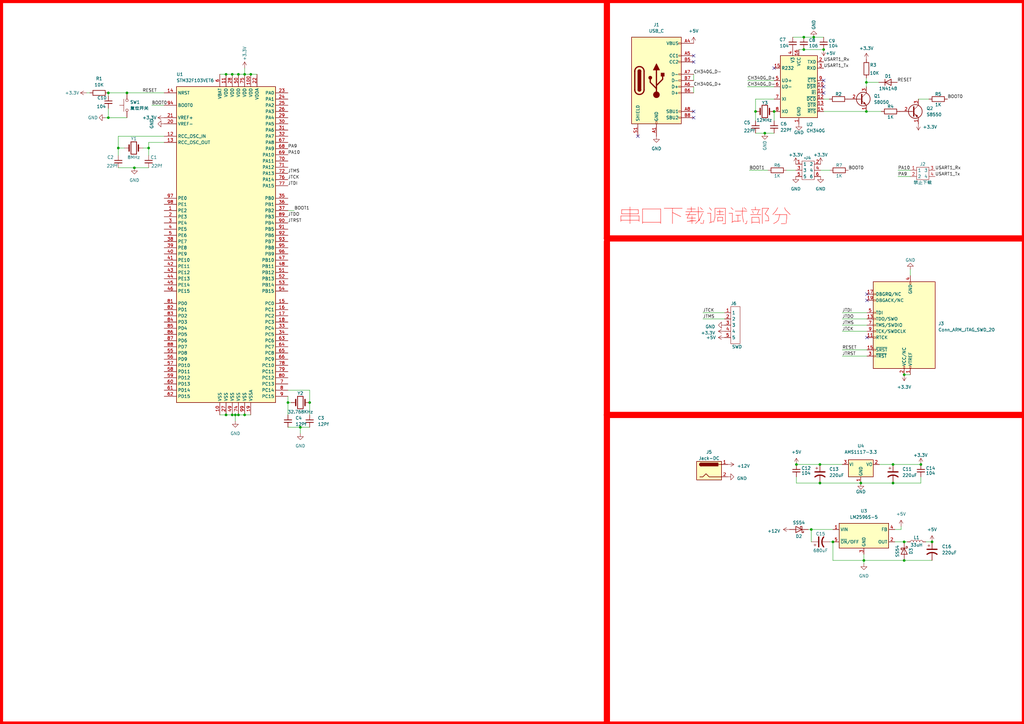
<source format=kicad_sch>
(kicad_sch (version 20230121) (generator eeschema)
  (paper "A3")
  (title_block (title "stm32F103VET6") (date "2023-07-01"))
  (lib_symbols
    (symbol "+3.3V_1" (power) (pin_names (offset 0))
      (property "Value" "+3.3V_1" (at 0 3.556 0))
      (symbol "+3.3V_1_1_1"
        (pin power_in line (at 0 0 90) (length 0) hide (name "+3.3V") (number "1"))
      )
    )
    (symbol "+3.3V_2" (power) (pin_names (offset 0))
      (property "Value" "+3.3V_2" (at 0 3.556 0))
      (symbol "+3.3V_2_1_1"
        (pin power_in line (at 0 0 90) (length 0) hide (name "+3.3V") (number "1"))
      )
    )
    (symbol "+3.3V_3" (power) (pin_names (offset 0))
      (property "Value" "+3.3V_3" (at 0 3.556 0))
      (symbol "+3.3V_3_1_1"
        (pin power_in line (at 0 0 90) (length 0) hide (name "+3.3V") (number "1"))
      )
    )
    (symbol "Connector:Conn_ARM_JTAG_SWD_20" (pin_names (offset 1.016))
      (property "Reference" "J" (at -5.08 21.59 0))
      (property "Value" "Conn_ARM_JTAG_SWD_20" (at -5.08 19.05 0))
      (symbol "Conn_ARM_JTAG_SWD_20_1_1"
        (pin power_in line (at -2.54 20.32 270) (length 2.54) (name "VTREF") (number "1"))
        (pin passive line (at -2.54 -20.32 90) (length 2.54) hide (name "GND") (number "10"))
        (pin input line (at 15.24 5.08 180) (length 2.54) (name "RTCK") (number "11"))
        (pin passive line (at -2.54 -20.32 90) (length 2.54) hide (name "GND") (number "12"))
        (pin input line (at 15.24 -2.54 180) (length 2.54) (name "TDO/SWO") (number "13"))
        (pin passive line (at -2.54 -20.32 90) (length 2.54) hide (name "GND") (number "14"))
        (pin bidirectional line (at 15.24 10.16 180) (length 2.54) (name "~{SRST}") (number "15"))
        (pin passive line (at -2.54 -20.32 90) (length 2.54) hide (name "GND") (number "16"))
        (pin output line (at 15.24 -12.7 180) (length 2.54) (name "DBGRQ/NC") (number "17"))
        (pin passive line (at -2.54 -20.32 90) (length 2.54) hide (name "GND") (number "18"))
        (pin input line (at 15.24 -10.16 180) (length 2.54) (name "DBGACK/NC") (number "19"))
        (pin power_in line (at 0 20.32 270) (length 2.54) (name "VCC/NC") (number "2"))
        (pin passive line (at -2.54 -20.32 90) (length 2.54) hide (name "GND") (number "20"))
        (pin output line (at 15.24 12.7 180) (length 2.54) (name "~{TRST}") (number "3"))
        (pin power_in line (at -2.54 -20.32 90) (length 2.54) (name "GND") (number "4"))
        (pin output line (at 15.24 -5.08 180) (length 2.54) (name "TDI") (number "5"))
        (pin passive line (at -2.54 -20.32 90) (length 2.54) hide (name "GND") (number "6"))
        (pin output line (at 15.24 0 180) (length 2.54) (name "TMS/SWDIO") (number "7"))
        (pin passive line (at -2.54 -20.32 90) (length 2.54) hide (name "GND") (number "8"))
        (pin output line (at 15.24 2.54 180) (length 2.54) (name "TCK/SWDCLK") (number "9"))
      )
    )
    (symbol "Connector:Jack-DC" (pin_names (offset 1.016))
      (property "Reference" "J" (at 0 5.334 0))
      (property "Value" "Jack-DC" (at 0 -5.08 0))
      (symbol "Jack-DC_1_1"
        (pin passive line (at 7.62 2.54 180) (length 2.54) (name "~") (number "1"))
        (pin passive line (at 7.62 -2.54 180) (length 2.54) (name "~") (number "2"))
      )
    )
    (symbol "Connector:USB_C_Receptacle_USB2.0" (pin_names (offset 1.016))
      (property "Reference" "J" (at -10.16 19.05 0))
      (property "Value" "USB_C_Receptacle_USB2.0" (at 19.05 19.05 0))
      (symbol "USB_C_Receptacle_USB2.0_1_1"
        (pin passive line (at 0 -22.86 90) (length 5.08) (name "GND") (number "A1"))
        (pin passive line (at 0 -22.86 90) (length 5.08) hide (name "GND") (number "A12"))
        (pin passive line (at 15.24 15.24 180) (length 5.08) (name "VBUS") (number "A4"))
        (pin bidirectional line (at 15.24 10.16 180) (length 5.08) (name "CC1") (number "A5"))
        (pin bidirectional line (at 15.24 -2.54 180) (length 5.08) (name "D+") (number "A6"))
        (pin bidirectional line (at 15.24 2.54 180) (length 5.08) (name "D-") (number "A7"))
        (pin bidirectional line (at 15.24 -12.7 180) (length 5.08) (name "SBU1") (number "A8"))
        (pin passive line (at 15.24 15.24 180) (length 5.08) hide (name "VBUS") (number "A9"))
        (pin passive line (at 0 -22.86 90) (length 5.08) hide (name "GND") (number "B1"))
        (pin passive line (at 0 -22.86 90) (length 5.08) hide (name "GND") (number "B12"))
        (pin passive line (at 15.24 15.24 180) (length 5.08) hide (name "VBUS") (number "B4"))
        (pin bidirectional line (at 15.24 7.62 180) (length 5.08) (name "CC2") (number "B5"))
        (pin bidirectional line (at 15.24 -5.08 180) (length 5.08) (name "D+") (number "B6"))
        (pin bidirectional line (at 15.24 0 180) (length 5.08) (name "D-") (number "B7"))
        (pin bidirectional line (at 15.24 -15.24 180) (length 5.08) (name "SBU2") (number "B8"))
        (pin passive line (at 15.24 15.24 180) (length 5.08) hide (name "VBUS") (number "B9"))
        (pin passive line (at -7.62 -22.86 90) (length 5.08) (name "SHIELD") (number "S1"))
      )
    )
    (symbol "Device:C_Polarized_US" (pin_numbers hide) (pin_names (offset 0.254) hide)
      (property "Reference" "C" (at 0.635 2.54 0))
      (property "Value" "C_Polarized_US" (at 0.635 -2.54 0))
      (symbol "C_Polarized_US_1_1"
        (pin passive line (at 0 3.81 270) (length 2.794) (name "~") (number "1"))
        (pin passive line (at 0 -3.81 90) (length 3.302) (name "~") (number "2"))
      )
    )
    (symbol "Device:C_Small" (pin_numbers hide) (pin_names (offset 0.254) hide)
      (property "Reference" "C" (at 0.254 1.778 0))
      (property "Value" "C_Small" (at 0.254 -2.032 0))
      (symbol "C_Small_1_1"
        (pin passive line (at 0 2.54 270) (length 2.032) (name "~") (number "1"))
        (pin passive line (at 0 -2.54 90) (length 2.032) (name "~") (number "2"))
      )
    )
    (symbol "Device:Crystal" (pin_numbers hide) (pin_names (offset 1.016) hide)
      (property "Reference" "Y" (at 0 3.81 0))
      (property "Value" "Crystal" (at 0 -3.81 0))
      (symbol "Crystal_1_1"
        (pin passive line (at -3.81 0 0) (length 1.27) (name "1") (number "1"))
        (pin passive line (at 3.81 0 180) (length 1.27) (name "2") (number "2"))
      )
    )
    (symbol "Device:L" (pin_numbers hide) (pin_names (offset 1.016) hide)
      (property "Reference" "L" (at -1.27 0 90))
      (property "Value" "L" (at 1.905 0 90))
      (symbol "L_1_1"
        (pin passive line (at 0 3.81 270) (length 1.27) (name "1") (number "1"))
        (pin passive line (at 0 -3.81 90) (length 1.27) (name "2") (number "2"))
      )
    )
    (symbol "Device:R" (pin_numbers hide) (pin_names (offset 0))
      (property "Reference" "R" (at 2.032 0 90))
      (property "Value" "R" (at 0 0 90))
      (symbol "R_1_1"
        (pin passive line (at 0 3.81 270) (length 1.27) (name "~") (number "1"))
        (pin passive line (at 0 -3.81 90) (length 1.27) (name "~") (number "2"))
      )
    )
    (symbol "Diode:1N4148" (pin_numbers hide) (pin_names hide)
      (property "Reference" "D" (at 0 2.54 0))
      (property "Value" "1N4148" (at 0 -2.54 0))
      (symbol "1N4148_1_1"
        (pin passive line (at -3.81 0 0) (length 2.54) (name "K") (number "1"))
        (pin passive line (at 3.81 0 180) (length 2.54) (name "A") (number "2"))
      )
    )
    (symbol "Diode:1N5822" (pin_numbers hide) (pin_names (offset 1.016) hide)
      (property "Reference" "D" (at 0 2.54 0))
      (property "Value" "1N5822" (at 0 -2.54 0))
      (symbol "1N5822_1_1"
        (pin passive line (at -3.81 0 0) (length 2.54) (name "K") (number "1"))
        (pin passive line (at 3.81 0 180) (length 2.54) (name "A") (number "2"))
      )
    )
    (symbol "GND_1" (power) (pin_names (offset 0))
      (property "Value" "GND_1" (at 0 -3.81 0))
      (symbol "GND_1_1_1"
        (pin power_in line (at 0 0 270) (length 0) hide (name "GND") (number "1"))
      )
    )
    (symbol "GND_2" (power) (pin_names (offset 0))
      (property "Value" "GND_2" (at 0 -3.81 0))
      (symbol "GND_2_1_1"
        (pin power_in line (at 0 0 270) (length 0) hide (name "GND") (number "1"))
      )
    )
    (symbol "GND_3" (power) (pin_names (offset 0))
      (property "Value" "GND_3" (at 0 -3.81 0))
      (symbol "GND_3_1_1"
        (pin power_in line (at 0 0 270) (length 0) hide (name "GND") (number "1"))
      )
    )
    (symbol "GND_4" (power) (pin_names (offset 0))
      (property "Value" "GND_4" (at 0 -3.81 0))
      (symbol "GND_4_1_1"
        (pin power_in line (at 0 0 270) (length 0) hide (name "GND") (number "1"))
      )
    )
    (symbol "Interface_USB:CH340G"
      (property "Reference" "U" (at -5.08 13.97 0))
      (property "Value" "CH340G" (at 1.27 13.97 0))
      (symbol "CH340G_1_1"
        (pin power_in line (at 0 -15.24 90) (length 2.54) (name "GND") (number "1"))
        (pin input line (at 10.16 0 180) (length 2.54) (name "~{DSR}") (number "10"))
        (pin input line (at 10.16 -2.54 180) (length 2.54) (name "~{RI}") (number "11"))
        (pin input line (at 10.16 -5.08 180) (length 2.54) (name "~{DCD}") (number "12"))
        (pin output line (at 10.16 -7.62 180) (length 2.54) (name "~{DTR}") (number "13"))
        (pin output line (at 10.16 -10.16 180) (length 2.54) (name "~{RTS}") (number "14"))
        (pin input line (at -10.16 7.62 0) (length 2.54) (name "R232") (number "15"))
        (pin power_in line (at 0 15.24 270) (length 2.54) (name "VCC") (number "16"))
        (pin output line (at 10.16 10.16 180) (length 2.54) (name "TXD") (number "2"))
        (pin input line (at 10.16 7.62 180) (length 2.54) (name "RXD") (number "3"))
        (pin passive line (at -2.54 15.24 270) (length 2.54) (name "V3") (number "4"))
        (pin bidirectional line (at -10.16 2.54 0) (length 2.54) (name "UD+") (number "5"))
        (pin bidirectional line (at -10.16 0 0) (length 2.54) (name "UD-") (number "6"))
        (pin input line (at -10.16 -5.08 0) (length 2.54) (name "XI") (number "7"))
        (pin output line (at -10.16 -10.16 0) (length 2.54) (name "XO") (number "8"))
        (pin input line (at 10.16 2.54 180) (length 2.54) (name "~{CTS}") (number "9"))
      )
    )
    (symbol "MCU_ST_STM32F1:STM32F103VETx"
      (property "Reference" "U" (at -20.32 64.77 0))
      (property "Value" "STM32F103VETx" (at 15.24 64.77 0))
      (symbol "STM32F103VETx_1_1"
        (pin bidirectional line (at -25.4 12.7 0) (length 5.08) (name "PE2") (number "1"))
        (pin power_in line (at -2.54 -71.12 90) (length 5.08) (name "VSS") (number "10"))
        (pin power_in line (at 10.16 68.58 270) (length 5.08) (name "VDD") (number "100"))
        (pin power_in line (at 0 68.58 270) (length 5.08) (name "VDD") (number "11"))
        (pin input line (at -25.4 43.18 0) (length 5.08) (name "RCC_OSC_IN") (number "12"))
        (pin input line (at -25.4 40.64 0) (length 5.08) (name "RCC_OSC_OUT") (number "13"))
        (pin input line (at -25.4 60.96 0) (length 5.08) (name "NRST") (number "14"))
        (pin bidirectional line (at 25.4 -25.4 180) (length 5.08) (name "PC0") (number "15"))
        (pin bidirectional line (at 25.4 -27.94 180) (length 5.08) (name "PC1") (number "16"))
        (pin bidirectional line (at 25.4 -30.48 180) (length 5.08) (name "PC2") (number "17"))
        (pin bidirectional line (at 25.4 -33.02 180) (length 5.08) (name "PC3") (number "18"))
        (pin power_in line (at 10.16 -71.12 90) (length 5.08) (name "VSSA") (number "19"))
        (pin bidirectional line (at -25.4 10.16 0) (length 5.08) (name "PE3") (number "2"))
        (pin power_in line (at -25.4 48.26 0) (length 5.08) (name "VREF-") (number "20"))
        (pin power_in line (at -25.4 50.8 0) (length 5.08) (name "VREF+") (number "21"))
        (pin power_in line (at 12.7 68.58 270) (length 5.08) (name "VDDA") (number "22"))
        (pin bidirectional line (at 25.4 60.96 180) (length 5.08) (name "PA0") (number "23"))
        (pin bidirectional line (at 25.4 58.42 180) (length 5.08) (name "PA1") (number "24"))
        (pin bidirectional line (at 25.4 55.88 180) (length 5.08) (name "PA2") (number "25"))
        (pin bidirectional line (at 25.4 53.34 180) (length 5.08) (name "PA3") (number "26"))
        (pin power_in line (at 0 -71.12 90) (length 5.08) (name "VSS") (number "27"))
        (pin power_in line (at 2.54 68.58 270) (length 5.08) (name "VDD") (number "28"))
        (pin bidirectional line (at 25.4 50.8 180) (length 5.08) (name "PA4") (number "29"))
        (pin bidirectional line (at -25.4 7.62 0) (length 5.08) (name "PE4") (number "3"))
        (pin bidirectional line (at 25.4 48.26 180) (length 5.08) (name "PA5") (number "30"))
        (pin bidirectional line (at 25.4 45.72 180) (length 5.08) (name "PA6") (number "31"))
        (pin bidirectional line (at 25.4 43.18 180) (length 5.08) (name "PA7") (number "32"))
        (pin bidirectional line (at 25.4 -35.56 180) (length 5.08) (name "PC4") (number "33"))
        (pin bidirectional line (at 25.4 -38.1 180) (length 5.08) (name "PC5") (number "34"))
        (pin bidirectional line (at 25.4 17.78 180) (length 5.08) (name "PB0") (number "35"))
        (pin bidirectional line (at 25.4 15.24 180) (length 5.08) (name "PB1") (number "36"))
        (pin bidirectional line (at 25.4 12.7 180) (length 5.08) (name "PB2") (number "37"))
        (pin bidirectional line (at -25.4 0 0) (length 5.08) (name "PE7") (number "38"))
        (pin bidirectional line (at -25.4 -2.54 0) (length 5.08) (name "PE8") (number "39"))
        (pin bidirectional line (at -25.4 5.08 0) (length 5.08) (name "PE5") (number "4"))
        (pin bidirectional line (at -25.4 -5.08 0) (length 5.08) (name "PE9") (number "40"))
        (pin bidirectional line (at -25.4 -7.62 0) (length 5.08) (name "PE10") (number "41"))
        (pin bidirectional line (at -25.4 -10.16 0) (length 5.08) (name "PE11") (number "42"))
        (pin bidirectional line (at -25.4 -12.7 0) (length 5.08) (name "PE12") (number "43"))
        (pin bidirectional line (at -25.4 -15.24 0) (length 5.08) (name "PE13") (number "44"))
        (pin bidirectional line (at -25.4 -17.78 0) (length 5.08) (name "PE14") (number "45"))
        (pin bidirectional line (at -25.4 -20.32 0) (length 5.08) (name "PE15") (number "46"))
        (pin bidirectional line (at 25.4 -7.62 180) (length 5.08) (name "PB10") (number "47"))
        (pin bidirectional line (at 25.4 -10.16 180) (length 5.08) (name "PB11") (number "48"))
        (pin power_in line (at 2.54 -71.12 90) (length 5.08) (name "VSS") (number "49"))
        (pin bidirectional line (at -25.4 2.54 0) (length 5.08) (name "PE6") (number "5"))
        (pin power_in line (at 5.08 68.58 270) (length 5.08) (name "VDD") (number "50"))
        (pin bidirectional line (at 25.4 -12.7 180) (length 5.08) (name "PB12") (number "51"))
        (pin bidirectional line (at 25.4 -15.24 180) (length 5.08) (name "PB13") (number "52"))
        (pin bidirectional line (at 25.4 -17.78 180) (length 5.08) (name "PB14") (number "53"))
        (pin bidirectional line (at 25.4 -20.32 180) (length 5.08) (name "PB15") (number "54"))
        (pin bidirectional line (at -25.4 -45.72 0) (length 5.08) (name "PD8") (number "55"))
        (pin bidirectional line (at -25.4 -48.26 0) (length 5.08) (name "PD9") (number "56"))
        (pin bidirectional line (at -25.4 -50.8 0) (length 5.08) (name "PD10") (number "57"))
        (pin bidirectional line (at -25.4 -53.34 0) (length 5.08) (name "PD11") (number "58"))
        (pin bidirectional line (at -25.4 -55.88 0) (length 5.08) (name "PD12") (number "59"))
        (pin power_in line (at -2.54 68.58 270) (length 5.08) (name "VBAT") (number "6"))
        (pin bidirectional line (at -25.4 -58.42 0) (length 5.08) (name "PD13") (number "60"))
        (pin bidirectional line (at -25.4 -60.96 0) (length 5.08) (name "PD14") (number "61"))
        (pin bidirectional line (at -25.4 -63.5 0) (length 5.08) (name "PD15") (number "62"))
        (pin bidirectional line (at 25.4 -40.64 180) (length 5.08) (name "PC6") (number "63"))
        (pin bidirectional line (at 25.4 -43.18 180) (length 5.08) (name "PC7") (number "64"))
        (pin bidirectional line (at 25.4 -45.72 180) (length 5.08) (name "PC8") (number "65"))
        (pin bidirectional line (at 25.4 -48.26 180) (length 5.08) (name "PC9") (number "66"))
        (pin bidirectional line (at 25.4 40.64 180) (length 5.08) (name "PA8") (number "67"))
        (pin bidirectional line (at 25.4 38.1 180) (length 5.08) (name "PA9") (number "68"))
        (pin bidirectional line (at 25.4 35.56 180) (length 5.08) (name "PA10") (number "69"))
        (pin bidirectional line (at 25.4 -58.42 180) (length 5.08) (name "PC13") (number "7"))
        (pin bidirectional line (at 25.4 33.02 180) (length 5.08) (name "PA11") (number "70"))
        (pin bidirectional line (at 25.4 30.48 180) (length 5.08) (name "PA12") (number "71"))
        (pin bidirectional line (at 25.4 27.94 180) (length 5.08) (name "PA13") (number "72"))
        (pin no_connect line (at -20.32 -63.5 0) (length 5.08) hide (name "NC") (number "73"))
        (pin power_in line (at 5.08 -71.12 90) (length 5.08) (name "VSS") (number "74"))
        (pin power_in line (at 7.62 68.58 270) (length 5.08) (name "VDD") (number "75"))
        (pin bidirectional line (at 25.4 25.4 180) (length 5.08) (name "PA14") (number "76"))
        (pin bidirectional line (at 25.4 22.86 180) (length 5.08) (name "PA15") (number "77"))
        (pin bidirectional line (at 25.4 -50.8 180) (length 5.08) (name "PC10") (number "78"))
        (pin bidirectional line (at 25.4 -53.34 180) (length 5.08) (name "PC11") (number "79"))
        (pin bidirectional line (at 25.4 -60.96 180) (length 5.08) (name "PC14") (number "8"))
        (pin bidirectional line (at 25.4 -55.88 180) (length 5.08) (name "PC12") (number "80"))
        (pin bidirectional line (at -25.4 -25.4 0) (length 5.08) (name "PD0") (number "81"))
        (pin bidirectional line (at -25.4 -27.94 0) (length 5.08) (name "PD1") (number "82"))
        (pin bidirectional line (at -25.4 -30.48 0) (length 5.08) (name "PD2") (number "83"))
        (pin bidirectional line (at -25.4 -33.02 0) (length 5.08) (name "PD3") (number "84"))
        (pin bidirectional line (at -25.4 -35.56 0) (length 5.08) (name "PD4") (number "85"))
        (pin bidirectional line (at -25.4 -38.1 0) (length 5.08) (name "PD5") (number "86"))
        (pin bidirectional line (at -25.4 -40.64 0) (length 5.08) (name "PD6") (number "87"))
        (pin bidirectional line (at -25.4 -43.18 0) (length 5.08) (name "PD7") (number "88"))
        (pin bidirectional line (at 25.4 10.16 180) (length 5.08) (name "PB3") (number "89"))
        (pin bidirectional line (at 25.4 -63.5 180) (length 5.08) (name "PC15") (number "9"))
        (pin bidirectional line (at 25.4 7.62 180) (length 5.08) (name "PB4") (number "90"))
        (pin bidirectional line (at 25.4 5.08 180) (length 5.08) (name "PB5") (number "91"))
        (pin bidirectional line (at 25.4 2.54 180) (length 5.08) (name "PB6") (number "92"))
        (pin bidirectional line (at 25.4 0 180) (length 5.08) (name "PB7") (number "93"))
        (pin input line (at -25.4 55.88 0) (length 5.08) (name "BOOT0") (number "94"))
        (pin bidirectional line (at 25.4 -2.54 180) (length 5.08) (name "PB8") (number "95"))
        (pin bidirectional line (at 25.4 -5.08 180) (length 5.08) (name "PB9") (number "96"))
        (pin bidirectional line (at -25.4 17.78 0) (length 5.08) (name "PE0") (number "97"))
        (pin bidirectional line (at -25.4 15.24 0) (length 5.08) (name "PE1") (number "98"))
        (pin power_in line (at 7.62 -71.12 90) (length 5.08) (name "VSS") (number "99"))
      )
    )
    (symbol "Regulator_Linear:AMS1117-3.3" (pin_names (offset 0.254))
      (property "Reference" "U" (at -3.81 3.175 0))
      (property "Value" "AMS1117-3.3" (at 0 3.175 0))
      (symbol "AMS1117-3.3_1_1"
        (pin power_in line (at 0 -7.62 90) (length 2.54) (name "GND") (number "1"))
        (pin power_out line (at 7.62 0 180) (length 2.54) (name "VO") (number "2"))
        (pin power_in line (at -7.62 0 0) (length 2.54) (name "VI") (number "3"))
      )
    )
    (symbol "Regulator_Switching:LM2596S-5"
      (property "Reference" "U" (at -10.16 6.35 0))
      (property "Value" "LM2596S-5" (at 0 6.35 0))
      (symbol "LM2596S-5_1_1"
        (pin power_in line (at -12.7 2.54 0) (length 2.54) (name "VIN") (number "1"))
        (pin output line (at 12.7 -2.54 180) (length 2.54) (name "OUT") (number "2"))
        (pin power_in line (at 0 -7.62 90) (length 2.54) (name "GND") (number "3"))
        (pin input line (at 12.7 2.54 180) (length 2.54) (name "FB") (number "4"))
        (pin input line (at -12.7 -2.54 0) (length 2.54) (name "~{ON}/OFF") (number "5"))
      )
    )
    (symbol "Switch:SW_Push" (pin_numbers hide) (pin_names (offset 1.016) hide)
      (property "Reference" "SW" (at 1.27 2.54 0))
      (property "Value" "SW_Push" (at 0 -1.524 0))
      (symbol "SW_Push_0_1"
        (pin passive line (at -5.08 0 0) (length 2.54) (name "1") (number "1"))
        (pin passive line (at 5.08 0 180) (length 2.54) (name "2") (number "2"))
      )
    )
    (symbol "Transistor_BJT:S8050" (pin_names (offset 0) hide)
      (property "Reference" "Q" (at 5.08 1.905 0))
      (property "Value" "S8050" (at 5.08 0 0))
      (symbol "S8050_1_1"
        (pin passive line (at 2.54 -5.08 90) (length 2.54) (name "E") (number "1"))
        (pin input line (at -5.08 0 0) (length 5.08) (name "B") (number "2"))
        (pin passive line (at 2.54 5.08 270) (length 2.54) (name "C") (number "3"))
      )
    )
    (symbol "Transistor_BJT:S8550" (pin_names (offset 0) hide)
      (property "Reference" "Q" (at 5.08 1.905 0))
      (property "Value" "S8550" (at 5.08 0 0))
      (symbol "S8550_1_1"
        (pin passive line (at 2.54 -5.08 90) (length 2.54) (name "E") (number "1"))
        (pin input line (at -5.08 0 0) (length 5.08) (name "B") (number "2"))
        (pin passive line (at 2.54 5.08 270) (length 2.54) (name "C") (number "3"))
      )
    )
    (symbol "mylib:HEADER1X5P"
      (property "Reference" "J" (at 2.54 3.81 0))
      (symbol "HEADER1X5P_1_1"
        (pin bidirectional line (at -2.54 0 0) (length 2.54) (name "1") (number "1"))
        (pin bidirectional line (at -2.54 -2.54 0) (length 2.54) (name "2") (number "2"))
        (pin bidirectional line (at -2.54 -5.08 0) (length 2.54) (name "3") (number "3"))
        (pin bidirectional line (at -2.54 -7.62 0) (length 2.54) (name "4") (number "4"))
        (pin bidirectional line (at -2.54 -10.16 0) (length 2.54) (name "5") (number "5"))
      )
    )
    (symbol "mylib:HEADER2X2P"
      (property "Reference" "J" (at 1.27 6.35 0))
      (symbol "HEADER2X2P_1_1"
        (pin bidirectional line (at -3.81 3.81 0) (length 2.54) (name "1") (number "1"))
        (pin bidirectional line (at -3.81 1.27 0) (length 2.54) (name "2") (number "2"))
        (pin bidirectional line (at 6.35 3.81 180) (length 2.54) (name "3") (number "3"))
        (pin bidirectional line (at 6.35 1.27 180) (length 2.54) (name "4") (number "4"))
      )
    )
    (symbol "mylib:HEADER2X3P"
      (property "Reference" "J" (at 0 1.27 0))
      (symbol "HEADER2X3P_1_1"
        (pin bidirectional line (at -3.81 -1.27 0) (length 2.54) (name "1") (number "1"))
        (pin bidirectional line (at 6.35 -1.27 180) (length 2.54) (name "2") (number "2"))
        (pin bidirectional line (at -3.81 -3.81 0) (length 2.54) (name "3") (number "3"))
        (pin bidirectional line (at 6.35 -3.81 180) (length 2.54) (name "4") (number "4"))
        (pin bidirectional line (at -3.81 -6.35 0) (length 2.54) (name "5") (number "5"))
        (pin bidirectional line (at 6.35 -6.35 180) (length 2.54) (name "6") (number "6"))
      )
    )
    (symbol "power:+12V" (power) (pin_names (offset 0))
      (property "Value" "+12V" (at 0 3.556 0))
      (symbol "+12V_1_1"
        (pin power_in line (at 0 0 90) (length 0) hide (name "+12V") (number "1"))
      )
    )
    (symbol "power:+3.3V" (power) (pin_names (offset 0))
      (property "Value" "+3.3V" (at 0 3.556 0))
      (symbol "+3.3V_1_1"
        (pin power_in line (at 0 0 90) (length 0) hide (name "+3.3V") (number "1"))
      )
    )
    (symbol "power:+5V" (power) (pin_names (offset 0))
      (property "Value" "+5V" (at 0 3.556 0))
      (symbol "+5V_1_1"
        (pin power_in line (at 0 0 90) (length 0) hide (name "+5V") (number "1"))
      )
    )
    (symbol "power:GND" (power) (pin_names (offset 0))
      (property "Value" "GND" (at 0 -3.81 0))
      (symbol "GND_1_1"
        (pin power_in line (at 0 0 270) (length 0) hide (name "GND") (number "1"))
      )
    )
  )
  (junction (at 329.692 15.24))
  (junction (at 60.96 60.706))
  (junction (at 100.33 30.48))
  (junction (at 329.692 20.32))
  (junction (at 102.87 30.48))
  (junction (at 317.5 45.72))
  (junction (at 313.69 54.61))
  (junction (at 44.45 38.1))
  (junction (at 95.25 30.48))
  (junction (at 96.52 170.18))
  (junction (at 355.346 33.782))
  (junction (at 97.79 30.48))
  (junction (at 92.71 30.48))
  (junction (at 127 165.1))
  (junction (at 44.45 48.26))
  (junction (at 309.88 45.72))
  (junction (at 123.19 175.26))
  (junction (at 377.698 190.5))
  (junction (at 355.346 45.72))
  (junction (at 354.33 229.87))
  (junction (at 341.63 222.25))
  (junction (at 52.07 38.1))
  (junction (at 353.06 198.12))
  (junction (at 337.82 20.32))
  (junction (at 336.296 190.5))
  (junction (at 48.514 60.706))
  (junction (at 326.644 190.5))
  (junction (at 370.84 229.87))
  (junction (at 118.11 165.1))
  (junction (at 333.756 15.24))
  (junction (at 382.27 222.25))
  (junction (at 370.84 153.67))
  (junction (at 366.268 190.5))
  (junction (at 95.25 170.18))
  (junction (at 55.118 68.834))
  (junction (at 366.268 198.12))
  (junction (at 370.84 222.25))
  (junction (at 336.296 198.12))
  (junction (at 100.33 170.18))
  (junction (at 92.71 170.18))
  (junction (at 97.79 170.18))
  (junction (at 332.74 217.17))
  (no_connect (at 355.6 120.65))
  (no_connect (at 355.6 123.19))
  (no_connect (at 261.62 55.88))
  (no_connect (at 284.48 22.86))
  (no_connect (at 337.82 38.1))
  (no_connect (at 337.82 35.56))
  (no_connect (at 337.82 33.02))
  (no_connect (at 317.5 27.94))
  (no_connect (at 355.6 138.43))
  (no_connect (at 284.48 25.4))
  (no_connect (at 284.48 48.26))
  (no_connect (at 284.48 45.72))
  (wire (pts (xy 123.19 177.8) (xy 123.19 175.26)))
  (wire (pts (xy 337.82 45.72) (xy 355.346 45.72)))
  (wire (pts (xy 367.03 217.17) (xy 369.57 217.17)))
  (wire (pts (xy 360.68 190.5) (xy 366.268 190.5)))
  (wire (pts (xy 370.84 153.67) (xy 373.38 153.67)))
  (wire (pts (xy 370.84 229.87) (xy 382.27 229.87)))
  (wire (pts (xy 284.48 30.48) (xy 284.48 33.02)))
  (wire (pts (xy 336.55 69.85) (xy 340.36 69.85)))
  (wire (pts (xy 369.57 215.9) (xy 369.57 217.17)))
  (wire (pts (xy 345.44 135.89) (xy 355.6 135.89)))
  (wire (pts (xy 60.96 60.706) (xy 60.96 63.754)))
  (wire (pts (xy 309.88 40.64) (xy 317.5 40.64)))
  (wire (pts (xy 67.31 55.88) (xy 48.514 55.88)))
  (wire (pts (xy 92.71 30.48) (xy 95.25 30.48)))
  (wire (pts (xy 345.44 130.81) (xy 355.6 130.81)))
  (wire (pts (xy 345.44 128.27) (xy 355.6 128.27)))
  (wire (pts (xy 332.74 217.17) (xy 341.63 217.17)))
  (wire (pts (xy 355.6 146.05) (xy 345.44 146.05)))
  (wire (pts (xy 329.692 20.32) (xy 337.82 20.32)))
  (wire (pts (xy 326.644 195.58) (xy 326.644 198.12)))
  (wire (pts (xy 355.346 45.72) (xy 361.442 45.72)))
  (wire (pts (xy 370.84 222.25) (xy 372.11 222.25)))
  (wire (pts (xy 333.756 15.24) (xy 337.82 15.24)))
  (wire (pts (xy 345.44 133.35) (xy 355.6 133.35)))
  (wire (pts (xy 354.33 229.87) (xy 354.33 231.14)))
  (wire (pts (xy 373.38 110.49) (xy 373.38 113.03)))
  (wire (pts (xy 118.11 162.56) (xy 118.11 165.1)))
  (wire (pts (xy 120.65 86.36) (xy 118.11 86.36)))
  (wire (pts (xy 309.88 54.61) (xy 313.69 54.61)))
  (polyline (pts (xy 248.92 97.79) (xy 420.37 97.79)) (stroke (width 2.54) (color 255 0 0 1)))
  (polyline (pts (xy 0 297.18) (xy 420.37 297.18)) (stroke (width 2.54) (color 255 0 0 1)))
  (wire (pts (xy 119.38 165.1) (xy 118.11 165.1)))
  (wire (pts (xy 325.12 15.24) (xy 329.692 15.24)))
  (polyline (pts (xy 420.37 0) (xy 0 0)) (stroke (width 2.54) (color 255 0 0 1)))
  (wire (pts (xy 96.52 170.18) (xy 97.79 170.18)))
  (wire (pts (xy 48.514 63.754) (xy 48.514 60.706)))
  (wire (pts (xy 366.268 190.5) (xy 377.698 190.5)))
  (wire (pts (xy 317.5 45.72) (xy 317.5 49.53)))
  (wire (pts (xy 331.47 217.17) (xy 332.74 217.17)))
  (wire (pts (xy 96.52 172.72) (xy 96.52 170.18)))
  (wire (pts (xy 44.45 38.1) (xy 44.45 39.37)))
  (wire (pts (xy 367.03 222.25) (xy 370.84 222.25)))
  (wire (pts (xy 288.29 128.27) (xy 297.18 128.27)))
  (wire (pts (xy 92.71 170.18) (xy 95.25 170.18)))
  (polyline (pts (xy 0 0) (xy 0 297.18)) (stroke (width 2.54) (color 255 0 0 1)))
  (wire (pts (xy 102.87 30.48) (xy 105.41 30.48)))
  (wire (pts (xy 354.33 227.33) (xy 354.33 229.87)))
  (wire (pts (xy 368.3 69.85) (xy 373.38 69.85)))
  (wire (pts (xy 326.644 190.5) (xy 336.296 190.5)))
  (wire (pts (xy 48.514 68.834) (xy 55.118 68.834)))
  (wire (pts (xy 35.56 38.1) (xy 36.83 38.1)))
  (polyline (pts (xy 248.92 1.27) (xy 248.92 97.79)) (stroke (width 2.54) (color 255 0 0 1)))
  (wire (pts (xy 100.33 27.94) (xy 100.33 30.48)))
  (wire (pts (xy 377.698 195.58) (xy 377.698 198.12)))
  (wire (pts (xy 60.96 58.42) (xy 60.96 60.706)))
  (wire (pts (xy 336.296 198.12) (xy 353.06 198.12)))
  (wire (pts (xy 284.48 35.56) (xy 284.48 38.1)))
  (wire (pts (xy 326.644 198.12) (xy 336.296 198.12)))
  (wire (pts (xy 67.31 58.42) (xy 60.96 58.42)))
  (wire (pts (xy 379.73 222.25) (xy 382.27 222.25)))
  (wire (pts (xy 44.45 48.26) (xy 52.07 48.26)))
  (wire (pts (xy 95.25 170.18) (xy 96.52 170.18)))
  (polyline (pts (xy 248.92 99.06) (xy 248.92 295.91)) (stroke (width 2.54) (color 255 0 0 1)))
  (wire (pts (xy 58.674 60.706) (xy 60.96 60.706)))
  (wire (pts (xy 313.69 54.61) (xy 317.5 54.61)))
  (wire (pts (xy 118.11 175.26) (xy 123.19 175.26)))
  (wire (pts (xy 48.514 60.706) (xy 51.054 60.706)))
  (polyline (pts (xy 420.37 297.18) (xy 420.37 0)) (stroke (width 2.54) (color 255 0 0 1)))
  (wire (pts (xy 337.82 40.64) (xy 340.106 40.64)))
  (wire (pts (xy 307.34 69.85) (xy 314.96 69.85)))
  (wire (pts (xy 322.58 69.85) (xy 326.39 69.85)))
  (wire (pts (xy 377.698 198.12) (xy 366.268 198.12)))
  (wire (pts (xy 97.79 30.48) (xy 100.33 30.48)))
  (wire (pts (xy 355.6 143.51) (xy 345.44 143.51)))
  (wire (pts (xy 355.346 33.782) (xy 355.346 35.56)))
  (wire (pts (xy 327.66 20.32) (xy 329.692 20.32)))
  (wire (pts (xy 368.3 72.39) (xy 373.38 72.39)))
  (wire (pts (xy 333.756 15.24) (xy 329.692 15.24)))
  (wire (pts (xy 48.514 55.88) (xy 48.514 60.706)))
  (wire (pts (xy 340.36 222.25) (xy 341.63 222.25)))
  (wire (pts (xy 52.07 38.1) (xy 67.31 38.1)))
  (wire (pts (xy 90.17 30.48) (xy 92.71 30.48)))
  (wire (pts (xy 43.18 48.26) (xy 44.45 48.26)))
  (wire (pts (xy 62.23 43.18) (xy 67.31 43.18)))
  (wire (pts (xy 127 160.02) (xy 127 165.1)))
  (wire (pts (xy 354.33 229.87) (xy 370.84 229.87)))
  (wire (pts (xy 123.19 175.26) (xy 127 175.26)))
  (wire (pts (xy 55.118 68.834) (xy 60.96 68.834)))
  (wire (pts (xy 127 165.1) (xy 127 170.18)))
  (wire (pts (xy 309.88 45.72) (xy 309.88 49.53)))
  (wire (pts (xy 95.25 30.48) (xy 97.79 30.48)))
  (wire (pts (xy 44.45 38.1) (xy 52.07 38.1)))
  (wire (pts (xy 376.682 40.64) (xy 381 40.64)))
  (wire (pts (xy 341.63 229.87) (xy 354.33 229.87)))
  (wire (pts (xy 118.11 165.1) (xy 118.11 170.18)))
  (wire (pts (xy 355.346 32.004) (xy 355.346 33.782)))
  (wire (pts (xy 306.578 33.02) (xy 317.5 33.02)))
  (wire (pts (xy 341.63 229.87) (xy 341.63 222.25)))
  (polyline (pts (xy 248.92 170.18) (xy 420.37 170.18)) (stroke (width 2.54) (color 255 0 0 1)))
  (wire (pts (xy 100.33 30.48) (xy 102.87 30.48)))
  (wire (pts (xy 100.33 170.18) (xy 102.87 170.18)))
  (wire (pts (xy 345.44 190.5) (xy 336.296 190.5)))
  (wire (pts (xy 355.346 33.782) (xy 360.426 33.782)))
  (wire (pts (xy 44.45 44.45) (xy 44.45 48.26)))
  (wire (pts (xy 306.578 35.56) (xy 317.5 35.56)))
  (wire (pts (xy 90.17 170.18) (xy 92.71 170.18)))
  (wire (pts (xy 353.06 198.12) (xy 366.268 198.12)))
  (wire (pts (xy 97.79 170.18) (xy 100.33 170.18)))
  (wire (pts (xy 127 160.02) (xy 118.11 160.02)))
  (wire (pts (xy 288.29 130.81) (xy 297.18 130.81)))
  (wire (pts (xy 332.74 217.17) (xy 332.74 222.25)))
  (wire (pts (xy 309.88 45.72) (xy 309.88 40.64)))
  (text "串口下载调试部分" (at 254 92.71 0) (effects (font (size 6 6)) (justify left bottom)))
  (label "JTMS" (at 345.44 133.35 0))
  (label "CH340G_D+" (at 284.48 35.56 0))
  (label "BOOT0" (at 347.98 69.85 0))
  (label "BOOT0" (at 62.23 43.18 0))
  (label "RESET" (at 345.44 143.51 0))
  (label "JTDO" (at 345.44 130.81 0))
  (label "USART1_Rx" (at 337.82 25.4 0))
  (label "BOOT1" (at 307.34 69.85 0))
  (label "USART1_Tx" (at 337.82 27.94 0))
  (label "PA10" (at 118.11 63.5 0))
  (label "PA9" (at 368.3 72.39 0))
  (label "PA9" (at 118.11 60.96 0))
  (label "BOOT1" (at 120.65 86.36 0))
  (label "RESET" (at 368.046 33.782 0))
  (label "CH340G_D-" (at 306.578 35.56 0))
  (label "JTDO" (at 118.11 88.9 0))
  (label "CH340G_D+" (at 306.578 33.02 0))
  (label "BOOT0" (at 388.62 40.64 0))
  (label "JTDI" (at 345.44 128.27 0))
  (label "CH340G_D-" (at 284.48 30.48 0))
  (label "JTMS" (at 118.11 71.12 0))
  (label "JTDI" (at 118.11 76.2 0))
  (label "JTMS" (at 288.29 130.81 0))
  (label "PA10" (at 368.3 69.85 0))
  (label "JTRST" (at 345.44 146.05 0))
  (label "RESET" (at 58.42 38.1 0))
  (label "JTCK" (at 345.44 135.89 0))
  (label "JTRST" (at 118.11 91.44 0))
  (label "JTCK" (at 288.29 128.27 0))
  (label "USART1_Rx" (at 383.54 69.85 0))
  (label "USART1_Tx" (at 383.54 72.39 0))
  (label "JTCK" (at 118.11 73.66 0))
  (symbol (lib_id "power:GND") (at 327.66 50.8 0) (unit 1)
    (property "Reference" "#PWR0108" (effects hide))
    (property "Value" "GND" (at 327.66 54.356 0))
  )
  (symbol (lib_name "GND_2") (lib_id "power:GND") (at 336.55 72.39 0) (unit 1)
    (property "Reference" "#PWR02" (effects hide))
    (property "Value" "GND" (at 336.55 77.47 0))
  )
  (symbol (lib_id "power:GND") (at 43.18 48.26 270) (unit 1)
    (property "Reference" "#PWR0112" (effects hide))
    (property "Value" "GND" (at 38.1 48.26 90))
  )
  (symbol (lib_id "power:+3.3V") (at 377.698 190.5 0) (unit 1)
    (property "Reference" "#PWR0117" (effects hide))
    (property "Value" "+3.3V" (at 380.492 186.69 0) (effects (justify right)))
  )
  (symbol (lib_id "Device:Crystal") (at 54.864 60.706 0) (unit 1)
    (property "Reference" "Y1" (at 54.864 56.896 0))
    (property "Value" "8MHz" (at 54.864 64.516 0))
    (property "Footprint" "Crystal:Crystal_SMD_HC49-SD" (effects hide))
  )
  (symbol (lib_id "Interface_USB:CH340G") (at 327.66 35.56 0) (unit 1)
    (property "Reference" "U2" (at 330.708 51.054 0) (effects (justify left)))
    (property "Value" "CH340G" (at 330.708 53.594 0) (effects (justify left)))
    (property "Footprint" "Package_SO:SOIC-16_3.9x9.9mm_P1.27mm" (effects hide))
    (property "Datasheet" "http://www.datasheet5.com/pdf-local-2195953" (effects hide))
  )
  (symbol (lib_id "Device:C_Polarized_US") (at 366.268 194.31 0) (unit 1)
    (property "Reference" "C11" (at 370.078 192.4049 0) (effects (justify left)))
    (property "Value" "220uF" (at 370.078 194.9449 0) (effects (justify left)))
    (property "Footprint" "Capacitor_THT:CP_Radial_D5.0mm_P2.50mm" (effects hide))
  )
  (symbol (lib_id "Transistor_BJT:S8550") (at 374.142 45.72 0) (unit 1)
    (property "Reference" "Q2" (at 379.984 44.4499 0) (effects (justify left)))
    (property "Value" "S8550" (at 379.984 46.9899 0) (effects (justify left)))
    (property "Footprint" "Package_TO_SOT_SMD:SOT-23" (effects hide))
    (property "Datasheet" "http://www.unisonic.com.tw/datasheet/S8550.pdf" (effects hide))
  )
  (symbol (lib_id "power:+3.3V") (at 35.56 38.1 90) (unit 1)
    (property "Reference" "#PWR0109" (effects hide))
    (property "Value" "+3.3V" (at 32.512 38.1 90) (effects (justify left)))
  )
  (symbol (lib_id "Transistor_BJT:S8050") (at 352.806 40.64 0) (unit 1)
    (property "Reference" "Q1" (at 358.394 39.3699 0) (effects (justify left)))
    (property "Value" "S8050" (at 358.394 41.9099 0) (effects (justify left)))
    (property "Footprint" "Package_TO_SOT_SMD:SOT-23" (effects hide))
    (property "Datasheet" "http://www.unisonic.com.tw/datasheet/S8050.pdf" (effects hide))
  )
  (symbol (lib_id "Device:C_Polarized_US") (at 382.27 226.06 0) (unit 1)
    (property "Reference" "C16" (at 386.334 224.1549 0) (effects (justify left)))
    (property "Value" "220uF" (at 386.334 226.6949 0) (effects (justify left)))
    (property "Footprint" "Capacitor_THT:CP_Radial_D5.0mm_P2.50mm" (effects hide))
  )
  (symbol (lib_id "Device:C_Small") (at 60.96 66.294 0) (unit 1)
    (property "Reference" "C1" (at 61.722 64.516 0) (effects (justify left)))
    (property "Value" "22Pf" (at 61.976 68.072 0) (effects (justify left)))
    (property "Footprint" "Capacitor_SMD:C_0805_2012Metric" (effects hide))
  )
  (symbol (lib_id "power:+5V") (at 369.57 215.9 0) (unit 1)
    (property "Reference" "#PWR0119" (effects hide))
    (property "Value" "+5V" (at 369.57 210.82 0))
  )
  (symbol (lib_id "Diode:1N5822") (at 370.84 226.06 270) (unit 1)
    (property "Reference" "D3" (at 373.634 226.06 0))
    (property "Value" "SS54" (at 368.046 226.06 0))
    (property "Footprint" "Diode_SMD:D_SMA" (effects hide))
    (property "Datasheet" "http://www.vishay.com/docs/88526/1n5820.pdf" (effects hide))
  )
  (symbol (lib_id "Device:C_Small") (at 317.5 52.07 0) (unit 1)
    (property "Reference" "C6" (at 320.04 50.8062 0) (effects (justify left)))
    (property "Value" "22Pf" (at 320.04 53.3462 0) (effects (justify left)))
    (property "Footprint" "Capacitor_SMD:C_0805_2012Metric" (effects hide))
  )
  (symbol (lib_id "power:GND") (at 313.69 54.61 0) (unit 1)
    (property "Reference" "#PWR0107" (effects hide))
    (property "Value" "GND" (at 313.69 59.69 90))
  )
  (symbol (lib_id "Diode:1N4148") (at 364.236 33.782 0) (unit 1)
    (property "Reference" "D1" (at 364.236 31.242 0))
    (property "Value" "1N4148" (at 364.236 36.322 0))
    (property "Footprint" "Diode_SMD:D_SOD-123" (effects hide))
    (property "Datasheet" "https://assets.nexperia.com/documents/data-sheet/1N4148_1N4448.pdf" (effects hide))
  )
  (symbol (lib_id "Connector:Jack-DC") (at 290.83 193.04 0) (unit 1)
    (property "Reference" "J5" (at 290.83 185.42 0))
    (property "Value" "Jack-DC" (at 290.83 187.96 0))
    (property "Footprint" "mylib:DC-05-21" (effects hide))
  )
  (symbol (lib_id "Device:C_Small") (at 44.45 41.91 0) (unit 1)
    (property "Reference" "C10" (at 39.878 40.132 0) (effects (justify left)))
    (property "Value" "104" (at 39.624 43.688 0) (effects (justify left)))
    (property "Footprint" "Capacitor_SMD:C_0805_2012Metric" (effects hide))
  )
  (symbol (lib_id "Device:C_Polarized_US") (at 336.296 194.31 0) (unit 1)
    (property "Reference" "C13" (at 340.106 192.4049 0) (effects (justify left)))
    (property "Value" "220uF" (at 340.106 194.9449 0) (effects (justify left)))
    (property "Footprint" "Capacitor_THT:CP_Radial_D5.0mm_P2.50mm" (effects hide))
  )
  (symbol (lib_name "+3.3V_2") (lib_id "power:+3.3V") (at 326.39 67.31 0) (unit 1)
    (property "Reference" "#PWR04" (effects hide))
    (property "Value" "+3.3V" (at 326.39 63.5 0))
  )
  (symbol (lib_id "power:GND") (at 55.118 68.834 0) (unit 1)
    (property "Reference" "#PWR0113" (effects hide))
    (property "Value" "GND" (at 55.118 73.914 0))
  )
  (symbol (lib_id "Device:Crystal") (at 313.69 45.72 180) (unit 1)
    (property "Reference" "Y3" (at 313.69 42.164 0))
    (property "Value" "12MHz" (at 313.436 49.276 0))
    (property "Footprint" "Crystal:Crystal_SMD_HC49-SD" (effects hide))
  )
  (symbol (lib_id "mylib:HEADER2X3P") (at 330.2 66.04 0) (unit 1)
    (property "Reference" "J4" (at 331.47 64.77 0))
    (property "Value" "~" (at 330.2 64.77 0))
    (property "Footprint" "Connector_PinSocket_2.54mm:PinSocket_2x03_P2.54mm_Vertical" (effects hide))
  )
  (symbol (lib_id "power:GND") (at 96.52 172.72 0) (unit 1)
    (property "Reference" "#PWR0115" (effects hide))
    (property "Value" "GND" (at 96.52 177.8 0))
  )
  (symbol (lib_id "power:GND") (at 269.24 55.88 0) (unit 1)
    (property "Reference" "#PWR0102" (effects hide))
    (property "Value" "GND" (at 269.24 60.96 0))
  )
  (symbol (lib_id "Device:R") (at 355.346 28.194 180) (unit 1)
    (property "Reference" "R3" (at 358.14 26.67 0))
    (property "Value" "10K" (at 358.648 29.972 0))
    (property "Footprint" "Resistor_SMD:R_0805_2012Metric" (effects hide))
  )
  (symbol (lib_id "Device:C_Small") (at 326.644 193.04 0) (unit 1)
    (property "Reference" "C12" (at 328.676 192.024 0) (effects (justify left)))
    (property "Value" "104" (at 328.676 194.056 0) (effects (justify left)))
    (property "Footprint" "Capacitor_SMD:C_0805_2012Metric" (effects hide))
  )
  (symbol (lib_id "power:+3.3V") (at 355.346 24.384 0) (unit 1)
    (property "Reference" "#PWR0106" (effects hide))
    (property "Value" "+3.3V" (at 355.346 19.812 0))
  )
  (symbol (lib_id "Device:C_Small") (at 118.11 172.72 0) (unit 1)
    (property "Reference" "C4" (at 121.158 171.4562 0) (effects (justify left)))
    (property "Value" "12Pf" (at 121.158 173.9962 0) (effects (justify left)))
    (property "Footprint" "Capacitor_SMD:C_0805_2012Metric" (effects hide))
  )
  (symbol (lib_id "Device:C_Small") (at 127 172.72 0) (unit 1)
    (property "Reference" "C3" (at 130.302 171.4562 0) (effects (justify left)))
    (property "Value" "12Pf" (at 130.302 173.9962 0) (effects (justify left)))
    (property "Footprint" "Capacitor_SMD:C_0805_2012Metric" (effects hide))
  )
  (symbol (lib_id "Device:C_Small") (at 377.698 193.04 0) (unit 1)
    (property "Reference" "C14" (at 379.73 192.024 0) (effects (justify left)))
    (property "Value" "104" (at 379.73 194.056 0) (effects (justify left)))
    (property "Footprint" "Capacitor_SMD:C_0805_2012Metric" (effects hide))
  )
  (symbol (lib_id "mylib:HEADER1X5P") (at 299.72 128.27 0) (unit 1)
    (property "Reference" "J6" (at 299.72 124.46 0) (effects (justify left)))
    (property "Value" "SWD" (at 302.26 142.24 0))
    (property "Footprint" "Connector_PinSocket_2.54mm:PinSocket_1x05_P2.54mm_Vertical" (effects hide))
  )
  (symbol (lib_name "+3.3V_1") (lib_id "power:+3.3V") (at 336.55 67.31 0) (unit 1)
    (property "Reference" "#PWR03" (effects hide))
    (property "Value" "+3.3V" (at 336.55 63.5 0))
  )
  (symbol (lib_id "power:+3.3V") (at 67.31 48.26 90) (unit 1)
    (property "Reference" "#PWR014" (effects hide))
    (property "Value" "+3.3V" (at 64.262 48.26 90) (effects (justify left)))
  )
  (symbol (lib_name "GND_4") (lib_id "power:GND") (at 298.45 195.58 90) (unit 1)
    (property "Reference" "#PWR09" (effects hide))
    (property "Value" "GND" (at 302.26 196.215 90) (effects (justify right)))
  )
  (symbol (lib_id "power:+5V") (at 337.82 20.32 180) (unit 1)
    (property "Reference" "#PWR0103" (effects hide))
    (property "Value" "+5V" (at 338.582 21.844 0) (effects (justify right)))
  )
  (symbol (lib_id "power:+12V") (at 298.45 190.5 270) (unit 1)
    (property "Reference" "#PWR08" (effects hide))
    (property "Value" "+12V" (at 302.26 191.135 90) (effects (justify left)))
  )
  (symbol (lib_id "Device:R") (at 365.252 45.72 90) (unit 1)
    (property "Reference" "R4" (at 365.252 43.688 90))
    (property "Value" "1K" (at 365.252 48.006 90))
    (property "Footprint" "Resistor_SMD:R_0805_2012Metric" (effects hide))
  )
  (symbol (lib_id "Connector:Conn_ARM_JTAG_SWD_20") (at 370.84 133.35 180) (unit 1)
    (property "Reference" "J3" (at 384.81 132.715 0) (effects (justify right)))
    (property "Value" "Conn_ARM_JTAG_SWD_20" (at 384.81 135.255 0) (effects (justify right)))
    (property "Footprint" "Connector_PinSocket_2.54mm:PinSocket_2x10_P2.54mm_Horizontal" (effects hide))
    (property "Datasheet" "http://infocenter.arm.com/help/topic/com.arm.doc.dui0499b/DUI0499B_system_design_reference.pdf" (effects hide))
  )
  (symbol (lib_id "Connector:USB_C_Receptacle_USB2.0") (at 269.24 33.02 0) (unit 1)
    (property "Reference" "J1" (at 269.24 10.16 0))
    (property "Value" "USB_C" (at 269.24 12.7 0))
    (property "Footprint" "Connector_USB:USB_C_Receptacle_HRO_TYPE-C-31-M-12" (effects hide))
    (property "Datasheet" "https://www.usb.org/sites/default/files/documents/usb_type-c.zip" (effects hide))
  )
  (symbol (lib_id "Switch:SW_Push") (at 52.07 43.18 90) (unit 1)
    (property "Reference" "SW1" (at 53.34 41.9099 90) (effects (justify right)))
    (property "Value" "复位开关" (at 53.34 44.4499 90) (effects (justify right)))
    (property "Footprint" "mylib:switch4.5mmX6.5mm-4pin" (effects hide))
  )
  (symbol (lib_id "power:+3.3V") (at 376.682 50.8 180) (unit 1)
    (property "Reference" "#PWR0105" (effects hide))
    (property "Value" "+3.3V" (at 378.46 52.0699 0) (effects (justify right)))
  )
  (symbol (lib_id "power:GND") (at 123.19 177.8 0) (unit 1)
    (property "Reference" "#PWR0116" (effects hide))
    (property "Value" "GND" (at 123.19 182.88 0))
  )
  (symbol (lib_id "Device:R") (at 343.916 40.64 90) (unit 1)
    (property "Reference" "R2" (at 343.916 38.608 90))
    (property "Value" "1K" (effects hide))
    (property "Footprint" "Resistor_SMD:R_0805_2012Metric" (effects hide))
  )
  (symbol (lib_id "power:GND") (at 354.33 231.14 0) (unit 1)
    (property "Reference" "#PWR0120" (effects hide))
    (property "Value" "GND" (at 354.33 236.22 0))
  )
  (symbol (lib_id "Device:C_Small") (at 329.692 17.78 0) (unit 1)
    (property "Reference" "C8" (at 331.724 16.51 0) (effects (justify left)))
    (property "Value" "106" (at 331.724 18.796 0) (effects (justify left)))
    (property "Footprint" "Capacitor_SMD:C_0805_2012Metric" (effects hide))
  )
  (symbol (lib_id "Device:C_Small") (at 309.88 52.07 0) (unit 1)
    (property "Reference" "C5" (at 305.054 50.292 0) (effects (justify left)))
    (property "Value" "22Pf" (at 305.054 53.594 0) (effects (justify left)))
    (property "Footprint" "Capacitor_SMD:C_0805_2012Metric" (effects hide))
  )
  (symbol (lib_id "Regulator_Switching:LM2596S-5") (at 354.33 219.71 0) (unit 1)
    (property "Reference" "U3" (at 354.33 209.55 0))
    (property "Value" "LM2596S-5" (at 354.33 212.09 0))
    (property "Footprint" "Package_TO_SOT_SMD:TO-263-5_TabPin3" (effects hide))
    (property "Datasheet" "http://www.ti.com/lit/ds/symlink/lm2596.pdf" (effects hide))
  )
  (symbol (lib_id "Device:C_Small") (at 325.12 17.78 180) (unit 1)
    (property "Reference" "C7" (at 322.326 16.256 0) (effects (justify left)))
    (property "Value" "104" (at 323.596 18.796 0) (effects (justify left)))
    (property "Footprint" "Capacitor_SMD:C_0805_2012Metric" (effects hide))
  )
  (symbol (lib_id "power:+5V") (at 284.48 17.78 0) (unit 1)
    (property "Reference" "#PWR0101" (effects hide))
    (property "Value" "+5V" (at 284.48 12.7 0))
  )
  (symbol (lib_name "+3.3V_3") (lib_id "power:+3.3V") (at 370.84 153.67 180) (unit 1)
    (property "Reference" "#PWR05" (effects hide))
    (property "Value" "+3.3V" (at 370.84 158.75 0))
  )
  (symbol (lib_id "power:GND") (at 333.756 15.24 180) (unit 1)
    (property "Reference" "#PWR0104" (effects hide))
    (property "Value" "GND" (at 333.756 10.16 90))
  )
  (symbol (lib_id "Diode:1N5822") (at 327.66 217.17 180) (unit 1)
    (property "Reference" "D2" (at 327.66 219.964 0))
    (property "Value" "SS54" (at 327.66 214.376 0))
    (property "Footprint" "Diode_SMD:D_SMA" (effects hide))
    (property "Datasheet" "http://www.vishay.com/docs/88526/1n5820.pdf" (effects hide))
  )
  (symbol (lib_id "Device:Crystal") (at 123.19 165.1 0) (unit 1)
    (property "Reference" "Y2" (at 123.19 161.29 0))
    (property "Value" "32.768KHz" (at 123.19 168.91 0))
    (property "Footprint" "Crystal:Crystal_C26-LF_D2.1mm_L6.5mm_Horizontal" (effects hide))
  )
  (symbol (lib_id "power:+3.3V") (at 100.33 27.94 0) (unit 1)
    (property "Reference" "#PWR0114" (effects hide))
    (property "Value" "+3.3V" (at 100.33 24.892 90) (effects (justify left)))
  )
  (symbol (lib_id "power:+5V") (at 382.27 222.25 0) (unit 1)
    (property "Reference" "#PWR0118" (effects hide))
    (property "Value" "+5V" (at 382.27 217.17 0))
  )
  (symbol (lib_id "power:GND") (at 67.31 50.8 270) (unit 1)
    (property "Reference" "#PWR013" (effects hide))
    (property "Value" "GND" (at 62.23 50.8 0))
  )
  (symbol (lib_id "MCU_ST_STM32F1:STM32F103VETx") (at 92.71 99.06 0) (unit 1)
    (property "Reference" "U1" (at 72.39 30.48 0) (effects (justify left)))
    (property "Value" "STM32F103VET6" (at 72.39 33.02 0) (effects (justify left)))
    (property "Footprint" "Package_QFP:LQFP-100_14x14mm_P0.5mm" (effects hide))
    (property "Datasheet" "http://www.st.com/st-web-ui/static/active/en/resource/technical/document/datasheet/CD00191185.pdf" (effects hide))
  )
  (symbol (lib_id "power:+12V") (at 323.85 217.17 90) (unit 1)
    (property "Reference" "#PWR07" (effects hide))
    (property "Value" "+12V" (at 320.04 217.805 90) (effects (justify left)))
  )
  (symbol (lib_name "GND_3") (lib_id "power:GND") (at 297.18 133.35 270) (unit 1)
    (property "Reference" "#PWR011" (effects hide))
    (property "Value" "GND" (at 293.37 133.985 90) (effects (justify right)))
  )
  (symbol (lib_id "Device:C_Small") (at 48.514 66.294 0) (unit 1)
    (property "Reference" "C2" (at 43.942 64.516 0) (effects (justify left)))
    (property "Value" "22Pf" (at 43.688 68.072 0) (effects (justify left)))
    (property "Footprint" "Capacitor_SMD:C_0805_2012Metric" (effects hide))
  )
  (symbol (lib_id "power:+5V") (at 326.644 190.5 0) (unit 1)
    (property "Reference" "#PWR0111" (effects hide))
    (property "Value" "+5V" (at 326.644 185.42 0))
  )
  (symbol (lib_id "Device:C_Polarized_US") (at 336.55 222.25 90) (unit 1)
    (property "Reference" "C15" (at 336.55 218.948 90))
    (property "Value" "680uF" (at 336.55 225.806 90))
    (property "Footprint" "Capacitor_THT:CP_Radial_D8.0mm_P3.50mm" (effects hide))
  )
  (symbol (lib_id "Device:R") (at 384.81 40.64 90) (unit 1)
    (property "Reference" "R5" (at 384.81 38.608 90))
    (property "Value" "1K" (at 384.81 42.926 90))
    (property "Footprint" "Resistor_SMD:R_0805_2012Metric" (effects hide))
  )
  (symbol (lib_id "Device:C_Small") (at 337.82 17.78 0) (unit 1)
    (property "Reference" "C9" (at 339.852 16.764 0) (effects (justify left)))
    (property "Value" "104" (at 339.852 18.796 0) (effects (justify left)))
    (property "Footprint" "Capacitor_SMD:C_0805_2012Metric" (effects hide))
  )
  (symbol (lib_id "power:+5V") (at 297.18 138.43 90) (unit 1)
    (property "Reference" "#PWR012" (effects hide))
    (property "Value" "+5V" (at 289.56 138.43 90) (effects (justify right)))
  )
  (symbol (lib_name "GND_1") (lib_id "power:GND") (at 326.39 72.39 0) (unit 1)
    (property "Reference" "#PWR01" (effects hide))
    (property "Value" "GND" (at 326.39 77.47 0))
  )
  (symbol (lib_id "Device:R") (at 318.77 69.85 90) (unit 1)
    (property "Reference" "R6" (at 318.77 67.818 90))
    (property "Value" "1K" (at 318.77 72.136 90))
    (property "Footprint" "Resistor_SMD:R_0805_2012Metric" (effects hide))
  )
  (symbol (lib_id "Device:R") (at 40.64 38.1 90) (unit 1)
    (property "Reference" "R1" (at 40.64 32.258 90))
    (property "Value" "10K" (at 40.64 34.798 90))
    (property "Footprint" "Resistor_SMD:R_0805_2012Metric" (effects hide))
  )
  (symbol (lib_id "Regulator_Linear:AMS1117-3.3") (at 353.06 190.5 0) (unit 1)
    (property "Reference" "U4" (at 353.06 182.88 0))
    (property "Value" "AMS1117-3.3" (at 353.06 185.42 0))
    (property "Footprint" "Package_TO_SOT_SMD:SOT-223-3_TabPin2" (effects hide))
    (property "Datasheet" "http://www.advanced-monolithic.com/pdf/ds1117.pdf" (effects hide))
  )
  (symbol (lib_id "mylib:HEADER2X2P") (at 377.19 73.66 0) (unit 1)
    (property "Reference" "J2" (at 378.46 67.31 0))
    (property "Value" "禁止下载" (at 378.46 74.93 0))
    (property "Footprint" "Connector_PinSocket_2.54mm:PinSocket_2x02_P2.54mm_Vertical" (effects hide))
  )
  (symbol (lib_name "+3.3V_3") (lib_id "power:+3.3V") (at 297.18 135.89 90) (unit 1)
    (property "Reference" "#PWR010" (effects hide))
    (property "Value" "+3.3V" (at 293.37 136.525 90) (effects (justify left)))
  )
  (symbol (lib_name "GND_3") (lib_id "power:GND") (at 373.38 110.49 180) (unit 1)
    (property "Reference" "#PWR06" (effects hide))
    (property "Value" "GND" (at 373.38 106.68 0))
  )
  (symbol (lib_id "Device:L") (at 375.92 222.25 90) (unit 1)
    (property "Reference" "L1" (at 375.92 220.472 90))
    (property "Value" "33uH" (at 375.92 223.52 90))
    (property "Footprint" "Inductor_SMD:L_6.3x6.3_H3" (effects hide))
  )
  (symbol (lib_id "power:GND") (at 353.06 198.12 0) (unit 1)
    (property "Reference" "#PWR0110" (effects hide))
    (property "Value" "GND" (at 353.06 201.676 0))
  )
  (symbol (lib_id "Device:R") (at 344.17 69.85 90) (unit 1)
    (property "Reference" "R7" (at 344.17 67.818 90))
    (property "Value" "1K" (at 344.17 72.136 90))
    (property "Footprint" "Resistor_SMD:R_0805_2012Metric" (effects hide))
  )
)
</source>
